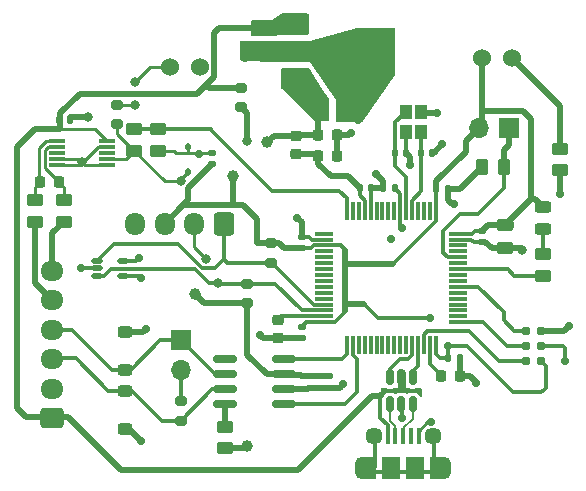
<source format=gtl>
G04 #@! TF.GenerationSoftware,KiCad,Pcbnew,8.0.2*
G04 #@! TF.CreationDate,2025-01-25T00:30:06-07:00*
G04 #@! TF.ProjectId,sdm25wheel,73646d32-3577-4686-9565-6c2e6b696361,v1.1*
G04 #@! TF.SameCoordinates,Original*
G04 #@! TF.FileFunction,Copper,L1,Top*
G04 #@! TF.FilePolarity,Positive*
%FSLAX46Y46*%
G04 Gerber Fmt 4.6, Leading zero omitted, Abs format (unit mm)*
G04 Created by KiCad (PCBNEW 8.0.2) date 2025-01-25 00:30:06*
%MOMM*%
%LPD*%
G01*
G04 APERTURE LIST*
G04 Aperture macros list*
%AMRoundRect*
0 Rectangle with rounded corners*
0 $1 Rounding radius*
0 $2 $3 $4 $5 $6 $7 $8 $9 X,Y pos of 4 corners*
0 Add a 4 corners polygon primitive as box body*
4,1,4,$2,$3,$4,$5,$6,$7,$8,$9,$2,$3,0*
0 Add four circle primitives for the rounded corners*
1,1,$1+$1,$2,$3*
1,1,$1+$1,$4,$5*
1,1,$1+$1,$6,$7*
1,1,$1+$1,$8,$9*
0 Add four rect primitives between the rounded corners*
20,1,$1+$1,$2,$3,$4,$5,0*
20,1,$1+$1,$4,$5,$6,$7,0*
20,1,$1+$1,$6,$7,$8,$9,0*
20,1,$1+$1,$8,$9,$2,$3,0*%
G04 Aperture macros list end*
G04 #@! TA.AperFunction,SMDPad,CuDef*
%ADD10RoundRect,0.140000X-0.140000X-0.170000X0.140000X-0.170000X0.140000X0.170000X-0.140000X0.170000X0*%
G04 #@! TD*
G04 #@! TA.AperFunction,ConnectorPad*
%ADD11C,0.787400*%
G04 #@! TD*
G04 #@! TA.AperFunction,SMDPad,CuDef*
%ADD12RoundRect,0.150000X0.150000X-0.512500X0.150000X0.512500X-0.150000X0.512500X-0.150000X-0.512500X0*%
G04 #@! TD*
G04 #@! TA.AperFunction,SMDPad,CuDef*
%ADD13RoundRect,0.140000X-0.170000X0.140000X-0.170000X-0.140000X0.170000X-0.140000X0.170000X0.140000X0*%
G04 #@! TD*
G04 #@! TA.AperFunction,SMDPad,CuDef*
%ADD14RoundRect,0.112500X-0.112500X0.187500X-0.112500X-0.187500X0.112500X-0.187500X0.112500X0.187500X0*%
G04 #@! TD*
G04 #@! TA.AperFunction,SMDPad,CuDef*
%ADD15RoundRect,0.200000X-0.275000X0.200000X-0.275000X-0.200000X0.275000X-0.200000X0.275000X0.200000X0*%
G04 #@! TD*
G04 #@! TA.AperFunction,ComponentPad*
%ADD16RoundRect,0.250000X0.725000X-0.600000X0.725000X0.600000X-0.725000X0.600000X-0.725000X-0.600000X0*%
G04 #@! TD*
G04 #@! TA.AperFunction,ComponentPad*
%ADD17O,1.950000X1.700000*%
G04 #@! TD*
G04 #@! TA.AperFunction,SMDPad,CuDef*
%ADD18RoundRect,0.225000X-0.250000X0.225000X-0.250000X-0.225000X0.250000X-0.225000X0.250000X0.225000X0*%
G04 #@! TD*
G04 #@! TA.AperFunction,SMDPad,CuDef*
%ADD19RoundRect,0.250000X0.450000X-0.262500X0.450000X0.262500X-0.450000X0.262500X-0.450000X-0.262500X0*%
G04 #@! TD*
G04 #@! TA.AperFunction,SMDPad,CuDef*
%ADD20RoundRect,0.075000X-0.075000X0.700000X-0.075000X-0.700000X0.075000X-0.700000X0.075000X0.700000X0*%
G04 #@! TD*
G04 #@! TA.AperFunction,SMDPad,CuDef*
%ADD21RoundRect,0.075000X-0.700000X0.075000X-0.700000X-0.075000X0.700000X-0.075000X0.700000X0.075000X0*%
G04 #@! TD*
G04 #@! TA.AperFunction,SMDPad,CuDef*
%ADD22RoundRect,0.225000X-0.225000X-0.250000X0.225000X-0.250000X0.225000X0.250000X-0.225000X0.250000X0*%
G04 #@! TD*
G04 #@! TA.AperFunction,ComponentPad*
%ADD23C,1.524000*%
G04 #@! TD*
G04 #@! TA.AperFunction,SMDPad,CuDef*
%ADD24R,2.000000X1.500000*%
G04 #@! TD*
G04 #@! TA.AperFunction,SMDPad,CuDef*
%ADD25R,2.000000X3.800000*%
G04 #@! TD*
G04 #@! TA.AperFunction,SMDPad,CuDef*
%ADD26RoundRect,0.250000X-0.250000X-0.475000X0.250000X-0.475000X0.250000X0.475000X-0.250000X0.475000X0*%
G04 #@! TD*
G04 #@! TA.AperFunction,SMDPad,CuDef*
%ADD27RoundRect,0.140000X0.140000X0.170000X-0.140000X0.170000X-0.140000X-0.170000X0.140000X-0.170000X0*%
G04 #@! TD*
G04 #@! TA.AperFunction,SMDPad,CuDef*
%ADD28RoundRect,0.250000X-0.475000X0.250000X-0.475000X-0.250000X0.475000X-0.250000X0.475000X0.250000X0*%
G04 #@! TD*
G04 #@! TA.AperFunction,SMDPad,CuDef*
%ADD29RoundRect,0.218750X0.256250X-0.218750X0.256250X0.218750X-0.256250X0.218750X-0.256250X-0.218750X0*%
G04 #@! TD*
G04 #@! TA.AperFunction,SMDPad,CuDef*
%ADD30RoundRect,0.250000X-0.450000X0.262500X-0.450000X-0.262500X0.450000X-0.262500X0.450000X0.262500X0*%
G04 #@! TD*
G04 #@! TA.AperFunction,SMDPad,CuDef*
%ADD31RoundRect,0.200000X0.275000X-0.200000X0.275000X0.200000X-0.275000X0.200000X-0.275000X-0.200000X0*%
G04 #@! TD*
G04 #@! TA.AperFunction,SMDPad,CuDef*
%ADD32RoundRect,0.243750X0.456250X-0.243750X0.456250X0.243750X-0.456250X0.243750X-0.456250X-0.243750X0*%
G04 #@! TD*
G04 #@! TA.AperFunction,SMDPad,CuDef*
%ADD33RoundRect,0.245000X-0.380000X0.245000X-0.380000X-0.245000X0.380000X-0.245000X0.380000X0.245000X0*%
G04 #@! TD*
G04 #@! TA.AperFunction,SMDPad,CuDef*
%ADD34R,0.400000X1.350000*%
G04 #@! TD*
G04 #@! TA.AperFunction,ComponentPad*
%ADD35O,1.200000X1.900000*%
G04 #@! TD*
G04 #@! TA.AperFunction,SMDPad,CuDef*
%ADD36R,1.200000X1.900000*%
G04 #@! TD*
G04 #@! TA.AperFunction,ComponentPad*
%ADD37C,1.450000*%
G04 #@! TD*
G04 #@! TA.AperFunction,SMDPad,CuDef*
%ADD38R,1.500000X1.900000*%
G04 #@! TD*
G04 #@! TA.AperFunction,ComponentPad*
%ADD39RoundRect,0.250000X0.600000X0.725000X-0.600000X0.725000X-0.600000X-0.725000X0.600000X-0.725000X0*%
G04 #@! TD*
G04 #@! TA.AperFunction,ComponentPad*
%ADD40O,1.700000X1.950000*%
G04 #@! TD*
G04 #@! TA.AperFunction,SMDPad,CuDef*
%ADD41RoundRect,0.245000X0.380000X-0.245000X0.380000X0.245000X-0.380000X0.245000X-0.380000X-0.245000X0*%
G04 #@! TD*
G04 #@! TA.AperFunction,SMDPad,CuDef*
%ADD42RoundRect,0.112500X-0.362500X-0.112500X0.362500X-0.112500X0.362500X0.112500X-0.362500X0.112500X0*%
G04 #@! TD*
G04 #@! TA.AperFunction,ComponentPad*
%ADD43R,1.700000X1.700000*%
G04 #@! TD*
G04 #@! TA.AperFunction,ComponentPad*
%ADD44O,1.700000X1.700000*%
G04 #@! TD*
G04 #@! TA.AperFunction,SMDPad,CuDef*
%ADD45RoundRect,0.070000X-0.630000X-0.070000X0.630000X-0.070000X0.630000X0.070000X-0.630000X0.070000X0*%
G04 #@! TD*
G04 #@! TA.AperFunction,SMDPad,CuDef*
%ADD46RoundRect,0.250000X-0.262500X-0.450000X0.262500X-0.450000X0.262500X0.450000X-0.262500X0.450000X0*%
G04 #@! TD*
G04 #@! TA.AperFunction,SMDPad,CuDef*
%ADD47RoundRect,0.150000X0.825000X0.150000X-0.825000X0.150000X-0.825000X-0.150000X0.825000X-0.150000X0*%
G04 #@! TD*
G04 #@! TA.AperFunction,SMDPad,CuDef*
%ADD48R,1.000000X1.200000*%
G04 #@! TD*
G04 #@! TA.AperFunction,SMDPad,CuDef*
%ADD49RoundRect,0.140000X0.170000X-0.140000X0.170000X0.140000X-0.170000X0.140000X-0.170000X-0.140000X0*%
G04 #@! TD*
G04 #@! TA.AperFunction,ViaPad*
%ADD50C,1.000000*%
G04 #@! TD*
G04 #@! TA.AperFunction,ViaPad*
%ADD51C,0.700000*%
G04 #@! TD*
G04 #@! TA.AperFunction,ViaPad*
%ADD52C,0.800000*%
G04 #@! TD*
G04 #@! TA.AperFunction,Conductor*
%ADD53C,0.500000*%
G04 #@! TD*
G04 #@! TA.AperFunction,Conductor*
%ADD54C,0.300000*%
G04 #@! TD*
G04 #@! TA.AperFunction,Conductor*
%ADD55C,0.250000*%
G04 #@! TD*
G04 #@! TA.AperFunction,Conductor*
%ADD56C,0.200000*%
G04 #@! TD*
G04 APERTURE END LIST*
D10*
X188020000Y-90600000D03*
X188980000Y-90600000D03*
D11*
X196870000Y-105140000D03*
X195600000Y-105140000D03*
X196870000Y-103870000D03*
X195600000Y-103870000D03*
X196870000Y-102600000D03*
X195600000Y-102600000D03*
D12*
X184100000Y-108775000D03*
X185050000Y-108775000D03*
X186000000Y-108775000D03*
X186000000Y-106500000D03*
X185050000Y-106500000D03*
X184100000Y-106500000D03*
D13*
X176600000Y-102220000D03*
X176600000Y-103180000D03*
D14*
X167000000Y-87000000D03*
X167000000Y-89100000D03*
D15*
X171500000Y-82000000D03*
X171500000Y-83650000D03*
D16*
X155500000Y-110000000D03*
D17*
X155500000Y-107500000D03*
X155500000Y-105000000D03*
X155500000Y-102500000D03*
X155500000Y-100000000D03*
X155500000Y-97500000D03*
D13*
X178900000Y-106420000D03*
X178900000Y-107380000D03*
D18*
X174600000Y-101625000D03*
X174600000Y-103175000D03*
D19*
X162450000Y-87325000D03*
X162450000Y-85500000D03*
D20*
X187950000Y-92425000D03*
X187450000Y-92425000D03*
X186950000Y-92425000D03*
X186450000Y-92425000D03*
X185950000Y-92425000D03*
X185450000Y-92425000D03*
X184950000Y-92425000D03*
X184450000Y-92425000D03*
X183950000Y-92425000D03*
X183450000Y-92425000D03*
X182950000Y-92425000D03*
X182450000Y-92425000D03*
X181950000Y-92425000D03*
X181450000Y-92425000D03*
X180950000Y-92425000D03*
X180450000Y-92425000D03*
D21*
X178525000Y-94350000D03*
X178525000Y-94850000D03*
X178525000Y-95350000D03*
X178525000Y-95850000D03*
X178525000Y-96350000D03*
X178525000Y-96850000D03*
X178525000Y-97350000D03*
X178525000Y-97850000D03*
X178525000Y-98350000D03*
X178525000Y-98850000D03*
X178525000Y-99350000D03*
X178525000Y-99850000D03*
X178525000Y-100350000D03*
X178525000Y-100850000D03*
X178525000Y-101350000D03*
X178525000Y-101850000D03*
D20*
X180450000Y-103775000D03*
X180950000Y-103775000D03*
X181450000Y-103775000D03*
X181950000Y-103775000D03*
X182450000Y-103775000D03*
X182950000Y-103775000D03*
X183450000Y-103775000D03*
X183950000Y-103775000D03*
X184450000Y-103775000D03*
X184950000Y-103775000D03*
X185450000Y-103775000D03*
X185950000Y-103775000D03*
X186450000Y-103775000D03*
X186950000Y-103775000D03*
X187450000Y-103775000D03*
X187950000Y-103775000D03*
D21*
X189875000Y-101850000D03*
X189875000Y-101350000D03*
X189875000Y-100850000D03*
X189875000Y-100350000D03*
X189875000Y-99850000D03*
X189875000Y-99350000D03*
X189875000Y-98850000D03*
X189875000Y-98350000D03*
X189875000Y-97850000D03*
X189875000Y-97350000D03*
X189875000Y-96850000D03*
X189875000Y-96350000D03*
X189875000Y-95850000D03*
X189875000Y-95350000D03*
X189875000Y-94850000D03*
X189875000Y-94350000D03*
D22*
X188425000Y-106400000D03*
X189975000Y-106400000D03*
D23*
X194440000Y-79500000D03*
X191900000Y-79500000D03*
D24*
X176050000Y-76600000D03*
X176050000Y-78900000D03*
D25*
X182350000Y-78900000D03*
D24*
X176050000Y-81200000D03*
D26*
X178250000Y-83900000D03*
X180150000Y-83900000D03*
D13*
X191900000Y-94100000D03*
X191900000Y-95060000D03*
D10*
X156040000Y-84750000D03*
X157000000Y-84750000D03*
D27*
X184480000Y-90500000D03*
X183520000Y-90500000D03*
D22*
X178025000Y-87800000D03*
X179575000Y-87800000D03*
D13*
X177400000Y-106420000D03*
X177400000Y-107380000D03*
D15*
X174000000Y-95175000D03*
X174000000Y-96825000D03*
D28*
X173200000Y-76950000D03*
X173200000Y-78850000D03*
D29*
X176166000Y-87637500D03*
X176166000Y-86062500D03*
D19*
X154000000Y-93325000D03*
X154000000Y-91500000D03*
D30*
X197000000Y-96087500D03*
X197000000Y-97912500D03*
D31*
X161000000Y-85075000D03*
X161000000Y-83425000D03*
D23*
X167970000Y-80270000D03*
X165430000Y-80270000D03*
D32*
X197000000Y-93937500D03*
X197000000Y-92062500D03*
D33*
X161625000Y-102640000D03*
X161625000Y-105860000D03*
D34*
X183900000Y-111500000D03*
X184550000Y-111500000D03*
X185200000Y-111500000D03*
X185850000Y-111500000D03*
X186500000Y-111500000D03*
D35*
X181700000Y-114200000D03*
D36*
X182300000Y-114200000D03*
D37*
X182700000Y-111500000D03*
D38*
X184200000Y-114200000D03*
X186200000Y-114200000D03*
D37*
X187700000Y-111500000D03*
D36*
X188100000Y-114200000D03*
D35*
X188700000Y-114200000D03*
D22*
X154475000Y-90000000D03*
X156025000Y-90000000D03*
D39*
X170000000Y-93500000D03*
D40*
X167500000Y-93500000D03*
X165000000Y-93500000D03*
X162500000Y-93500000D03*
D30*
X164450000Y-85500000D03*
X164450000Y-87325000D03*
D31*
X172000000Y-100225000D03*
X172000000Y-98575000D03*
D28*
X193800000Y-93650000D03*
X193800000Y-95550000D03*
D41*
X161625000Y-110860000D03*
X161625000Y-107640000D03*
D30*
X198500000Y-87175000D03*
X198500000Y-89000000D03*
D42*
X159300000Y-96650000D03*
X159300000Y-97300000D03*
X159300000Y-97950000D03*
X161500000Y-97950000D03*
X161500000Y-96650000D03*
D43*
X194175000Y-85400000D03*
D44*
X191635000Y-85400000D03*
D30*
X170100000Y-110687500D03*
X170100000Y-112512500D03*
D10*
X189020000Y-104900000D03*
X189980000Y-104900000D03*
D45*
X155860000Y-86500000D03*
X155860000Y-87000000D03*
X155860000Y-87500000D03*
X155860000Y-88000000D03*
X155860000Y-88500000D03*
X160140000Y-88500000D03*
X160140000Y-88000000D03*
X160140000Y-87500000D03*
X160140000Y-87000000D03*
X160140000Y-86500000D03*
D10*
X186720000Y-87500000D03*
X187680000Y-87500000D03*
X181520000Y-90500000D03*
X182480000Y-90500000D03*
D46*
X191887500Y-88700000D03*
X193712500Y-88700000D03*
D31*
X166400000Y-110185000D03*
X166400000Y-108535000D03*
D47*
X175075000Y-108805000D03*
X175075000Y-107535000D03*
X175075000Y-106265000D03*
X175075000Y-104995000D03*
X170125000Y-104995000D03*
X170125000Y-106265000D03*
X170125000Y-107535000D03*
X170125000Y-108805000D03*
D48*
X186750000Y-85750000D03*
X186750000Y-84050000D03*
X185450000Y-84050000D03*
X185450000Y-85750000D03*
D10*
X184520000Y-87500000D03*
X185480000Y-87500000D03*
D19*
X156500000Y-93325000D03*
X156500000Y-91500000D03*
D49*
X176600000Y-95580000D03*
X176600000Y-94620000D03*
D22*
X178025000Y-86000000D03*
X179575000Y-86000000D03*
D43*
X166400000Y-103360000D03*
D44*
X166400000Y-105900000D03*
D49*
X169000000Y-88480000D03*
X169000000Y-87520000D03*
D50*
X170800000Y-89500000D03*
X167600000Y-99500000D03*
X173700000Y-86600000D03*
D51*
X163000000Y-98100000D03*
X187500000Y-101500000D03*
X189000000Y-103900000D03*
X199200000Y-102200000D03*
X187600000Y-110300000D03*
D52*
X158500000Y-84500000D03*
D51*
X177800000Y-79668170D03*
D50*
X172000000Y-112300000D03*
D51*
X173100000Y-102900000D03*
X182900000Y-89300000D03*
X181800000Y-81668170D03*
D52*
X158000000Y-88250000D03*
D51*
X184100000Y-77668170D03*
X163000000Y-111900000D03*
X184200000Y-94800000D03*
D52*
X195300000Y-95700000D03*
D51*
X162800000Y-96400000D03*
X167920000Y-87600000D03*
X189500000Y-91800000D03*
X180800000Y-85800000D03*
X180100000Y-107100000D03*
X176200000Y-93000000D03*
X157900000Y-97300000D03*
X181400000Y-83568170D03*
X188500000Y-86800000D03*
X171800000Y-78568170D03*
X163400000Y-102400000D03*
X184100000Y-80468170D03*
X198500000Y-91000000D03*
X183000000Y-81668170D03*
X191400000Y-107000000D03*
X171800000Y-79468170D03*
X185800000Y-88500000D03*
X181400000Y-84768170D03*
X188100000Y-84100000D03*
X177800000Y-78568170D03*
X185100000Y-110000000D03*
X185100000Y-93900000D03*
X198900000Y-105100000D03*
D52*
X169500000Y-98500000D03*
X168500000Y-96500000D03*
X162500000Y-83500000D03*
X162500000Y-81500000D03*
X172000000Y-86500000D03*
X166386820Y-89891347D03*
D53*
X172800000Y-95175000D02*
X174675000Y-95175000D01*
D54*
X179950000Y-95350000D02*
X180300000Y-95700000D01*
X176620000Y-95600000D02*
X176600000Y-95580000D01*
X180300000Y-101000000D02*
X180300000Y-100900000D01*
D53*
X188020000Y-89880000D02*
X188020000Y-90600000D01*
X190500000Y-87400000D02*
X188020000Y-89880000D01*
D54*
X194500000Y-107800000D02*
X196900000Y-107800000D01*
D53*
X166600000Y-91900000D02*
X170800000Y-91900000D01*
D54*
X187950000Y-92425000D02*
X187950000Y-93301041D01*
D53*
X169000000Y-88480000D02*
X167000000Y-90480000D01*
D54*
X190600000Y-103900000D02*
X194500000Y-107800000D01*
X178525000Y-95350000D02*
X179950000Y-95350000D01*
X178525000Y-101850000D02*
X179450000Y-101850000D01*
D53*
X175080000Y-95580000D02*
X176600000Y-95580000D01*
D54*
X187950000Y-104550000D02*
X188300000Y-104900000D01*
D53*
X193800000Y-93650000D02*
X196000000Y-91450000D01*
X176500000Y-106300000D02*
X175110000Y-106300000D01*
D54*
X197300000Y-105570000D02*
X197300000Y-107400000D01*
X188300000Y-104900000D02*
X189020000Y-104900000D01*
D53*
X172000000Y-104600000D02*
X172000000Y-100225000D01*
D54*
X196870000Y-105140000D02*
X197300000Y-105570000D01*
D53*
X174675000Y-95175000D02*
X175080000Y-95580000D01*
D54*
X187950000Y-93301041D02*
X184351041Y-96900000D01*
D53*
X191900000Y-82600000D02*
X191900000Y-85135000D01*
X193800000Y-93650000D02*
X192350000Y-93650000D01*
X175075000Y-106265000D02*
X173665000Y-106265000D01*
X178025000Y-84125000D02*
X178250000Y-83900000D01*
X171600000Y-91900000D02*
X170800000Y-91900000D01*
D54*
X177400000Y-95598959D02*
X177400000Y-95600000D01*
X191300000Y-94100000D02*
X191900000Y-94100000D01*
D53*
X175110000Y-106300000D02*
X175075000Y-106265000D01*
X174237500Y-86062500D02*
X173700000Y-86600000D01*
D54*
X197300000Y-107400000D02*
X197100000Y-107600000D01*
D53*
X167000000Y-90480000D02*
X167000000Y-91500000D01*
X167000000Y-91500000D02*
X166600000Y-91900000D01*
D54*
X179450000Y-101850000D02*
X180300000Y-101000000D01*
X189875000Y-94350000D02*
X191050000Y-94350000D01*
D53*
X180300000Y-96900000D02*
X180300000Y-95700000D01*
X177400000Y-106420000D02*
X176620000Y-106420000D01*
X196387500Y-91450000D02*
X197000000Y-92062500D01*
X168725000Y-100225000D02*
X168325000Y-100225000D01*
D54*
X183100000Y-101500000D02*
X181900000Y-100300000D01*
X177400000Y-95600000D02*
X176620000Y-95600000D01*
D53*
X196000000Y-91450000D02*
X196000000Y-84625000D01*
X172000000Y-100225000D02*
X168725000Y-100225000D01*
X180300000Y-100300000D02*
X180300000Y-98700000D01*
X181900000Y-100300000D02*
X180300000Y-100300000D01*
X176620000Y-106420000D02*
X176500000Y-106300000D01*
X170800000Y-89500000D02*
X170800000Y-91900000D01*
D54*
X189000000Y-103900000D02*
X190600000Y-103900000D01*
D53*
X190500000Y-86535000D02*
X190500000Y-87400000D01*
X177400000Y-106420000D02*
X178900000Y-106420000D01*
X178025000Y-86000000D02*
X178025000Y-84125000D01*
X180300000Y-98700000D02*
X180300000Y-96900000D01*
X191900000Y-82600000D02*
X191900000Y-79500000D01*
X168325000Y-100225000D02*
X167600000Y-99500000D01*
D54*
X177648959Y-95350000D02*
X177400000Y-95598959D01*
X191050000Y-94350000D02*
X191300000Y-94100000D01*
X178525000Y-95350000D02*
X177648959Y-95350000D01*
X189020000Y-103920000D02*
X189000000Y-103900000D01*
D53*
X173665000Y-106265000D02*
X172000000Y-104600000D01*
X196000000Y-91450000D02*
X196387500Y-91450000D01*
D54*
X187500000Y-101500000D02*
X183100000Y-101500000D01*
X189020000Y-104900000D02*
X189020000Y-103920000D01*
X178525000Y-101850000D02*
X176970000Y-101850000D01*
D53*
X176166000Y-86062500D02*
X174237500Y-86062500D01*
X191900000Y-84000000D02*
X191900000Y-82600000D01*
X192350000Y-93650000D02*
X191900000Y-94100000D01*
X172800000Y-93100000D02*
X171600000Y-91900000D01*
D54*
X162850000Y-97950000D02*
X163000000Y-98100000D01*
D53*
X195375000Y-84000000D02*
X191900000Y-84000000D01*
X176228500Y-86000000D02*
X176166000Y-86062500D01*
X191635000Y-85400000D02*
X190500000Y-86535000D01*
X184351041Y-96900000D02*
X180300000Y-96900000D01*
D54*
X187950000Y-103775000D02*
X187950000Y-104550000D01*
X161500000Y-97950000D02*
X162850000Y-97950000D01*
D53*
X165000000Y-93500000D02*
X166600000Y-91900000D01*
X180300000Y-100900000D02*
X180300000Y-100300000D01*
X196000000Y-84625000D02*
X195375000Y-84000000D01*
D54*
X187950000Y-92425000D02*
X187950000Y-90670000D01*
D53*
X178025000Y-86000000D02*
X176228500Y-86000000D01*
D54*
X196900000Y-107800000D02*
X197100000Y-107600000D01*
D53*
X172800000Y-95175000D02*
X172800000Y-93100000D01*
D54*
X187950000Y-90670000D02*
X188020000Y-90600000D01*
D53*
X191900000Y-85135000D02*
X191635000Y-85400000D01*
D54*
X176970000Y-101850000D02*
X176600000Y-102220000D01*
X186720000Y-87500000D02*
X186720000Y-85855000D01*
X185950000Y-91548959D02*
X186720000Y-90778959D01*
X186720000Y-85855000D02*
X186800000Y-85775000D01*
X185950000Y-92425000D02*
X185950000Y-91548959D01*
X186720000Y-90778959D02*
X186720000Y-87500000D01*
X184520000Y-88620000D02*
X184520000Y-87500000D01*
X185450000Y-89550000D02*
X184520000Y-88620000D01*
X184520000Y-84905000D02*
X185400000Y-84025000D01*
X184520000Y-87500000D02*
X184520000Y-84905000D01*
X185450000Y-92425000D02*
X185450000Y-89550000D01*
D55*
X159140000Y-85500000D02*
X155500000Y-85500000D01*
D53*
X176300000Y-114400000D02*
X161300000Y-114400000D01*
X182600000Y-108100000D02*
X176300000Y-114400000D01*
D55*
X160140000Y-86500000D02*
X159140000Y-85500000D01*
D53*
X152500000Y-109100000D02*
X152500000Y-87000000D01*
D54*
X183900000Y-110576041D02*
X183259816Y-109935857D01*
D53*
X169182000Y-81068000D02*
X168500000Y-81750000D01*
D55*
X172463575Y-76950000D02*
X173200000Y-76950000D01*
D53*
X183259816Y-108100000D02*
X182600000Y-108100000D01*
X169182000Y-77382000D02*
X169614000Y-76950000D01*
X167750000Y-82500000D02*
X157851734Y-82500000D01*
X169614000Y-76950000D02*
X173200000Y-76950000D01*
X156175000Y-84176734D02*
X156175000Y-85500000D01*
X183259816Y-108100000D02*
X183429908Y-107929908D01*
X153300000Y-109900000D02*
X152500000Y-109100000D01*
X154000000Y-85500000D02*
X155500000Y-85500000D01*
X168500000Y-81750000D02*
X168750000Y-82000000D01*
X152500000Y-87000000D02*
X154000000Y-85500000D01*
D54*
X183900000Y-111500000D02*
X183900000Y-110576041D01*
D53*
X156175000Y-85500000D02*
X155500000Y-85500000D01*
D54*
X183259816Y-109935857D02*
X183259816Y-108100000D01*
D53*
X169182000Y-77382000D02*
X169182000Y-81068000D01*
X168750000Y-82000000D02*
X171500000Y-82000000D01*
X161300000Y-114400000D02*
X156800000Y-109900000D01*
X168500000Y-81750000D02*
X167750000Y-82500000D01*
X157851734Y-82500000D02*
X156175000Y-84176734D01*
X156800000Y-109900000D02*
X153300000Y-109900000D01*
D54*
X182450000Y-92425000D02*
X182450000Y-90530000D01*
D53*
X176595000Y-103175000D02*
X176600000Y-103180000D01*
D54*
X185480000Y-86680000D02*
X185400000Y-86600000D01*
D55*
X186500000Y-111025000D02*
X187225000Y-110300000D01*
X158000000Y-88250000D02*
X158129446Y-88250000D01*
D53*
X177100000Y-107500000D02*
X175110000Y-107500000D01*
D55*
X155860000Y-88000000D02*
X157750000Y-88000000D01*
D53*
X192160000Y-95060000D02*
X192700000Y-95600000D01*
X178900000Y-107380000D02*
X179820000Y-107380000D01*
X193800000Y-95550000D02*
X195150000Y-95550000D01*
D54*
X177450000Y-94850000D02*
X177200000Y-94600000D01*
D53*
X179820000Y-107380000D02*
X180100000Y-107100000D01*
D55*
X157750000Y-88500000D02*
X158000000Y-88250000D01*
D53*
X161960000Y-110860000D02*
X163000000Y-111900000D01*
X174600000Y-103175000D02*
X176595000Y-103175000D01*
X193750000Y-95600000D02*
X193800000Y-95550000D01*
D54*
X159300000Y-97300000D02*
X157900000Y-97300000D01*
X161500000Y-96650000D02*
X162550000Y-96650000D01*
D53*
X191400000Y-106900000D02*
X191400000Y-107000000D01*
X189987500Y-90600000D02*
X191887500Y-88700000D01*
D54*
X185480000Y-87500000D02*
X185480000Y-86680000D01*
D53*
X189300000Y-91800000D02*
X189500000Y-91800000D01*
X161625000Y-102640000D02*
X163160000Y-102640000D01*
X195150000Y-95550000D02*
X195300000Y-95700000D01*
D55*
X159379446Y-87000000D02*
X160140000Y-87000000D01*
X158000000Y-88250000D02*
X158250000Y-88500000D01*
D54*
X190950000Y-94850000D02*
X191200000Y-95100000D01*
D55*
X158129446Y-88250000D02*
X159379446Y-87000000D01*
D53*
X198500000Y-89387500D02*
X198500000Y-91000000D01*
X178900000Y-107380000D02*
X177400000Y-107380000D01*
D55*
X155860000Y-88500000D02*
X157750000Y-88500000D01*
D53*
X177400000Y-107380000D02*
X177220000Y-107380000D01*
D55*
X186500000Y-111500000D02*
X186500000Y-111025000D01*
D53*
X175110000Y-107500000D02*
X175075000Y-107535000D01*
D54*
X176620000Y-94600000D02*
X176600000Y-94620000D01*
D53*
X171787500Y-112512500D02*
X172000000Y-112300000D01*
X182480000Y-90500000D02*
X183520000Y-90500000D01*
X192700000Y-95600000D02*
X193750000Y-95600000D01*
X185800000Y-87820000D02*
X185480000Y-87500000D01*
D55*
X157750000Y-88000000D02*
X158000000Y-88250000D01*
D53*
X176600000Y-93400000D02*
X176200000Y-93000000D01*
D55*
X187225000Y-110300000D02*
X187600000Y-110300000D01*
D53*
X188980000Y-91480000D02*
X189300000Y-91800000D01*
D55*
X164450000Y-87325000D02*
X165825000Y-87325000D01*
D53*
X190900000Y-106400000D02*
X191400000Y-106900000D01*
X198800000Y-102600000D02*
X199200000Y-102200000D01*
X174600000Y-103175000D02*
X173375000Y-103175000D01*
D55*
X167000000Y-87500000D02*
X167820000Y-87500000D01*
D53*
X179575000Y-86000000D02*
X180600000Y-86000000D01*
X170100000Y-112512500D02*
X171787500Y-112512500D01*
X177220000Y-107380000D02*
X177100000Y-107500000D01*
D54*
X185400000Y-86600000D02*
X185400000Y-85775000D01*
D53*
X187800000Y-87500000D02*
X188500000Y-86800000D01*
D55*
X167000000Y-87500000D02*
X167000000Y-87000000D01*
D53*
X189975000Y-104905000D02*
X189980000Y-104900000D01*
D54*
X178525000Y-94850000D02*
X177450000Y-94850000D01*
D53*
X189975000Y-106400000D02*
X189975000Y-104905000D01*
X173375000Y-103175000D02*
X173100000Y-102900000D01*
X176600000Y-93700000D02*
X176600000Y-93400000D01*
D55*
X165825000Y-87325000D02*
X166000000Y-87500000D01*
X158250000Y-88500000D02*
X160140000Y-88500000D01*
D53*
X163160000Y-102640000D02*
X163400000Y-102400000D01*
X185800000Y-88500000D02*
X185800000Y-87820000D01*
X183520000Y-89920000D02*
X182900000Y-89300000D01*
X180600000Y-86000000D02*
X180800000Y-85800000D01*
X188980000Y-90600000D02*
X188980000Y-91480000D01*
D54*
X177200000Y-94600000D02*
X176620000Y-94600000D01*
D55*
X169120000Y-87520000D02*
X168000000Y-87520000D01*
D53*
X183520000Y-90500000D02*
X183520000Y-89920000D01*
D54*
X182450000Y-90530000D02*
X182480000Y-90500000D01*
D53*
X179575000Y-86000000D02*
X179575000Y-87800000D01*
X187680000Y-87500000D02*
X187800000Y-87500000D01*
X186800000Y-84100000D02*
X186750000Y-84050000D01*
X188980000Y-90600000D02*
X189987500Y-90600000D01*
D55*
X166000000Y-87500000D02*
X167000000Y-87500000D01*
D53*
X188100000Y-84100000D02*
X186800000Y-84100000D01*
X191900000Y-95060000D02*
X192160000Y-95060000D01*
X176600000Y-94620000D02*
X176600000Y-93700000D01*
X161625000Y-110860000D02*
X161960000Y-110860000D01*
X189975000Y-106400000D02*
X190900000Y-106400000D01*
D54*
X191200000Y-95100000D02*
X191860000Y-95100000D01*
D55*
X167820000Y-87500000D02*
X167920000Y-87600000D01*
D53*
X157000000Y-84500000D02*
X158500000Y-84500000D01*
D54*
X162550000Y-96650000D02*
X162800000Y-96400000D01*
D53*
X196870000Y-102600000D02*
X198800000Y-102600000D01*
D54*
X185100000Y-110000000D02*
X185100000Y-109200000D01*
X189875000Y-94850000D02*
X190950000Y-94850000D01*
X198900000Y-105100000D02*
X198900000Y-104000000D01*
X184950000Y-93750000D02*
X185100000Y-93900000D01*
X198770000Y-103870000D02*
X196870000Y-103870000D01*
X184950000Y-90970000D02*
X184480000Y-90500000D01*
X198900000Y-104000000D02*
X198770000Y-103870000D01*
X184950000Y-92425000D02*
X184950000Y-93750000D01*
X184950000Y-92425000D02*
X184950000Y-90970000D01*
X194600000Y-102600000D02*
X195600000Y-102600000D01*
X193700000Y-101000000D02*
X193700000Y-101700000D01*
X191550000Y-98850000D02*
X193700000Y-101000000D01*
X193700000Y-101700000D02*
X194600000Y-102600000D01*
X189875000Y-98850000D02*
X191550000Y-98850000D01*
X166400000Y-105900000D02*
X166400000Y-108535000D01*
X194612500Y-97912500D02*
X197000000Y-97912500D01*
X189875000Y-97350000D02*
X194050000Y-97350000D01*
X194050000Y-97350000D02*
X194612500Y-97912500D01*
X181950000Y-91548959D02*
X181520000Y-91118959D01*
X181950000Y-92425000D02*
X181950000Y-91548959D01*
D53*
X179100000Y-89500000D02*
X180520000Y-89500000D01*
D54*
X181520000Y-91118959D02*
X181520000Y-90500000D01*
D53*
X180520000Y-89500000D02*
X181520000Y-90500000D01*
X177862500Y-87637500D02*
X178025000Y-87800000D01*
X178025000Y-88425000D02*
X179100000Y-89500000D01*
X176166000Y-87637500D02*
X177862500Y-87637500D01*
X178025000Y-87800000D02*
X178025000Y-88425000D01*
D54*
X179800000Y-90700000D02*
X180450000Y-91350000D01*
X168953750Y-85546250D02*
X168907500Y-85500000D01*
X174107500Y-90700000D02*
X179800000Y-90700000D01*
X168907500Y-85500000D02*
X164450000Y-85500000D01*
X164450000Y-85500000D02*
X164500000Y-85450000D01*
X164450000Y-85500000D02*
X162450000Y-85500000D01*
X180450000Y-91350000D02*
X180450000Y-92425000D01*
X168953750Y-85546250D02*
X174107500Y-90700000D01*
X184100000Y-105837501D02*
X184937501Y-105000000D01*
X185601041Y-105000000D02*
X185950000Y-104651041D01*
X185950000Y-104651041D02*
X185950000Y-103775000D01*
D56*
X184100000Y-106500000D02*
X184100000Y-105837501D01*
D54*
X184937501Y-105000000D02*
X185601041Y-105000000D01*
X184150000Y-106925000D02*
X184150000Y-106451041D01*
X186050000Y-105950000D02*
X186450000Y-105550000D01*
X186450000Y-105550000D02*
X186450000Y-103775000D01*
X186050000Y-106925000D02*
X186050000Y-105950000D01*
X193340000Y-105140000D02*
X195600000Y-105140000D01*
X190800000Y-102600000D02*
X193340000Y-105140000D01*
X186950000Y-102898959D02*
X187248959Y-102600000D01*
X187248959Y-102600000D02*
X190800000Y-102600000D01*
X186950000Y-103775000D02*
X186950000Y-102898959D01*
X189875000Y-101850000D02*
X191950000Y-101850000D01*
X191950000Y-101850000D02*
X193970000Y-103870000D01*
X193970000Y-103870000D02*
X195600000Y-103870000D01*
X178525000Y-100850000D02*
X176650000Y-100850000D01*
X168732233Y-98500000D02*
X169500000Y-98500000D01*
X160425000Y-97375000D02*
X167607233Y-97375000D01*
D55*
X167500000Y-95500000D02*
X167500000Y-93500000D01*
D54*
X172000000Y-98575000D02*
X169575000Y-98575000D01*
X176650000Y-100850000D02*
X174375000Y-98575000D01*
X167607233Y-97375000D02*
X168732233Y-98500000D01*
X160425000Y-97375000D02*
X159850000Y-97950000D01*
D55*
X168500000Y-96500000D02*
X167500000Y-95500000D01*
D54*
X174375000Y-98575000D02*
X172000000Y-98575000D01*
X159850000Y-97950000D02*
X159300000Y-97950000D01*
X169575000Y-98575000D02*
X169500000Y-98500000D01*
X160750000Y-95200000D02*
X159300000Y-96650000D01*
X169250000Y-97250000D02*
X170000000Y-96500000D01*
X166139339Y-95200000D02*
X168189339Y-97250000D01*
X178525000Y-100350000D02*
X177648959Y-100350000D01*
X177648959Y-100350000D02*
X174123959Y-96825000D01*
X160750000Y-95200000D02*
X166139339Y-95200000D01*
X170325000Y-96825000D02*
X174000000Y-96825000D01*
X170000000Y-96500000D02*
X170325000Y-96825000D01*
X168189339Y-97250000D02*
X169250000Y-97250000D01*
X170000000Y-96500000D02*
X170000000Y-93500000D01*
D53*
X193712500Y-87287500D02*
X193712500Y-88700000D01*
D54*
X193712500Y-90487500D02*
X193712500Y-88700000D01*
D53*
X194175000Y-86825000D02*
X193712500Y-87287500D01*
D54*
X188600000Y-94100000D02*
X190000000Y-92700000D01*
X190000000Y-92700000D02*
X191500000Y-92700000D01*
X188600000Y-95951041D02*
X188600000Y-94100000D01*
X189875000Y-96350000D02*
X188998959Y-96350000D01*
D53*
X194175000Y-85400000D02*
X194175000Y-86825000D01*
D54*
X191500000Y-92700000D02*
X193712500Y-90487500D01*
X188998959Y-96350000D02*
X188600000Y-95951041D01*
X180005000Y-104995000D02*
X180450000Y-104550000D01*
X175075000Y-104995000D02*
X180005000Y-104995000D01*
X180450000Y-104550000D02*
X180450000Y-103775000D01*
X180950000Y-103775000D02*
X180950000Y-104651041D01*
X181300000Y-105001041D02*
X181300000Y-107800000D01*
X181300000Y-107800000D02*
X180295000Y-108805000D01*
X180950000Y-104651041D02*
X181300000Y-105001041D01*
X180295000Y-108805000D02*
X175075000Y-108805000D01*
X170125000Y-106265000D02*
X169305000Y-106265000D01*
X169305000Y-106265000D02*
X166400000Y-103360000D01*
X161625000Y-105860000D02*
X160560000Y-105860000D01*
X157200000Y-102500000D02*
X155500000Y-102500000D01*
X161625000Y-105860000D02*
X162140000Y-105860000D01*
X160560000Y-105860000D02*
X157200000Y-102500000D01*
X164640000Y-103360000D02*
X166400000Y-103360000D01*
X162140000Y-105860000D02*
X164640000Y-103360000D01*
X162240000Y-107640000D02*
X164785000Y-110185000D01*
X164785000Y-110185000D02*
X166400000Y-110185000D01*
X157500000Y-104900000D02*
X155600000Y-104900000D01*
X161625000Y-107640000D02*
X162240000Y-107640000D01*
X161625000Y-107640000D02*
X160240000Y-107640000D01*
X155600000Y-104900000D02*
X155500000Y-105000000D01*
X160240000Y-107640000D02*
X157500000Y-104900000D01*
X170125000Y-107535000D02*
X169050000Y-107535000D01*
X169050000Y-107535000D02*
X166400000Y-110185000D01*
D53*
X198500000Y-83560000D02*
X198500000Y-87175000D01*
X194440000Y-79500000D02*
X198500000Y-83560000D01*
D54*
X197000000Y-93937500D02*
X197000000Y-96087500D01*
D53*
X170125000Y-108805000D02*
X170125000Y-110662500D01*
X170125000Y-110662500D02*
X170100000Y-110687500D01*
D56*
X184550000Y-111500000D02*
X184550000Y-110625000D01*
X184100000Y-110175000D02*
X184100000Y-108775000D01*
X184550000Y-110625000D02*
X184100000Y-110175000D01*
D54*
X186000000Y-109250000D02*
X186050000Y-109200000D01*
D56*
X185200000Y-110819239D02*
X186000000Y-110019239D01*
X185200000Y-111500000D02*
X185200000Y-110819239D01*
X186000000Y-110019239D02*
X186000000Y-108775000D01*
D54*
X174875000Y-101350000D02*
X174600000Y-101625000D01*
X178525000Y-101350000D02*
X174875000Y-101350000D01*
X188425000Y-106400000D02*
X188425000Y-106325000D01*
X187450000Y-105350000D02*
X187450000Y-103775000D01*
X188425000Y-106325000D02*
X187450000Y-105350000D01*
X188200000Y-114550000D02*
X186300000Y-114550000D01*
X182800000Y-114150000D02*
X182400000Y-114550000D01*
X182800000Y-111850000D02*
X182800000Y-114150000D01*
X186300000Y-114550000D02*
X184300000Y-114550000D01*
X184300000Y-114550000D02*
X182400000Y-114550000D01*
X187800000Y-111850000D02*
X187800000Y-113550000D01*
X187800000Y-113550000D02*
X188800000Y-114550000D01*
D55*
X156500000Y-90475000D02*
X156025000Y-90000000D01*
X154835000Y-87264446D02*
X155099446Y-87000000D01*
X155099446Y-87000000D02*
X155860000Y-87000000D01*
X154835000Y-88810000D02*
X154835000Y-87264446D01*
X156500000Y-91500000D02*
X156500000Y-90475000D01*
X156025000Y-90000000D02*
X154835000Y-88810000D01*
X154385000Y-87078050D02*
X154385000Y-89910000D01*
X154000000Y-90475000D02*
X154475000Y-90000000D01*
X154385000Y-89910000D02*
X154475000Y-90000000D01*
X154000000Y-91500000D02*
X154000000Y-90475000D01*
X154963050Y-86500000D02*
X154385000Y-87078050D01*
X155860000Y-86500000D02*
X154963050Y-86500000D01*
X163730000Y-80270000D02*
X165430000Y-80270000D01*
X162425000Y-83425000D02*
X162500000Y-83500000D01*
X162500000Y-81500000D02*
X163730000Y-80270000D01*
X161000000Y-83425000D02*
X162425000Y-83425000D01*
D53*
X154000000Y-98500000D02*
X154000000Y-93325000D01*
X155500000Y-100000000D02*
X154000000Y-98500000D01*
X155500000Y-97500000D02*
X155500000Y-94325000D01*
X155500000Y-97500000D02*
X155600000Y-97500000D01*
X155500000Y-94325000D02*
X156500000Y-93325000D01*
D55*
X166386820Y-89891347D02*
X166386820Y-89713180D01*
D53*
X172000000Y-84150000D02*
X171500000Y-83650000D01*
D55*
X166386820Y-89891347D02*
X165016347Y-89891347D01*
X165016347Y-89891347D02*
X162450000Y-87325000D01*
X160140000Y-88000000D02*
X161775000Y-88000000D01*
X161775000Y-88000000D02*
X162450000Y-87325000D01*
D53*
X172000000Y-86500000D02*
X172000000Y-84150000D01*
D55*
X166386820Y-89713180D02*
X167000000Y-89100000D01*
X162450000Y-87325000D02*
X161000000Y-85875000D01*
X161000000Y-85875000D02*
X161000000Y-85075000D01*
G04 #@! TA.AperFunction,Conductor*
G36*
X184443039Y-76919685D02*
G01*
X184488794Y-76972489D01*
X184500000Y-77024000D01*
X184500000Y-80862066D01*
X184480315Y-80929105D01*
X184478777Y-80931441D01*
X181836872Y-84845375D01*
X181783050Y-84889927D01*
X181734095Y-84900000D01*
X179624000Y-84900000D01*
X179556961Y-84880315D01*
X179511206Y-84827511D01*
X179500000Y-84776000D01*
X179500000Y-83000000D01*
X177300000Y-79800000D01*
X174801809Y-79800000D01*
X174798165Y-79799946D01*
X174685135Y-79796621D01*
X171520354Y-79703539D01*
X171453923Y-79681892D01*
X171409740Y-79627766D01*
X171400000Y-79579593D01*
X171400000Y-78124000D01*
X171419685Y-78056961D01*
X171472489Y-78011206D01*
X171524000Y-78000000D01*
X177299998Y-78000000D01*
X177300000Y-78000000D01*
X177300005Y-77999998D01*
X177300008Y-77999998D01*
X181283858Y-76904439D01*
X181316737Y-76900000D01*
X184376000Y-76900000D01*
X184443039Y-76919685D01*
G37*
G04 #@! TD.AperFunction*
G04 #@! TA.AperFunction,Conductor*
G36*
X177143039Y-75719685D02*
G01*
X177188794Y-75772489D01*
X177200000Y-75824000D01*
X177200000Y-77376000D01*
X177180315Y-77443039D01*
X177127511Y-77488794D01*
X177076000Y-77500000D01*
X174900000Y-77500000D01*
X174899997Y-77500000D01*
X174899984Y-77500001D01*
X174107664Y-77599042D01*
X174092284Y-77600000D01*
X172424000Y-77600000D01*
X172356961Y-77580315D01*
X172311206Y-77527511D01*
X172300000Y-77476000D01*
X172300000Y-76424000D01*
X172319685Y-76356961D01*
X172372489Y-76311206D01*
X172424000Y-76300000D01*
X174099999Y-76300000D01*
X174100000Y-76300000D01*
X174866933Y-75724799D01*
X174932375Y-75700324D01*
X174941333Y-75700000D01*
X177076000Y-75700000D01*
X177143039Y-75719685D01*
G37*
G04 #@! TD.AperFunction*
G04 #@! TA.AperFunction,Conductor*
G36*
X185342539Y-105919685D02*
G01*
X185388294Y-105972489D01*
X185399500Y-106024000D01*
X185399500Y-107066777D01*
X185399635Y-107069663D01*
X185399614Y-107069663D01*
X185400000Y-107077898D01*
X185400000Y-107300000D01*
X185500000Y-107400000D01*
X185577430Y-107400000D01*
X185628217Y-107412594D01*
X185628347Y-107412224D01*
X185632301Y-107413607D01*
X185635371Y-107414369D01*
X185637112Y-107415289D01*
X185637118Y-107415293D01*
X185649670Y-107419685D01*
X185765299Y-107460146D01*
X185795730Y-107463000D01*
X185795734Y-107463000D01*
X186204270Y-107463000D01*
X186234699Y-107460146D01*
X186234701Y-107460146D01*
X186302793Y-107436319D01*
X186362882Y-107415293D01*
X186362889Y-107415287D01*
X186364629Y-107414369D01*
X186367698Y-107413607D01*
X186371653Y-107412224D01*
X186371782Y-107412594D01*
X186422570Y-107400000D01*
X186648638Y-107400000D01*
X186715677Y-107419685D01*
X186736319Y-107436319D01*
X186763681Y-107463681D01*
X186797166Y-107525004D01*
X186800000Y-107551362D01*
X186800000Y-108026285D01*
X186780315Y-108093324D01*
X186727511Y-108139079D01*
X186658353Y-108149023D01*
X186594797Y-108119998D01*
X186558959Y-108067240D01*
X186552793Y-108049619D01*
X186552792Y-108049617D01*
X186472150Y-107940350D01*
X186362882Y-107859707D01*
X186362880Y-107859706D01*
X186234700Y-107814853D01*
X186204270Y-107812000D01*
X186204266Y-107812000D01*
X185795734Y-107812000D01*
X185795730Y-107812000D01*
X185765300Y-107814853D01*
X185765298Y-107814853D01*
X185637119Y-107859706D01*
X185637118Y-107859707D01*
X185598633Y-107888110D01*
X185533003Y-107912080D01*
X185464833Y-107896764D01*
X185451367Y-107888110D01*
X185448353Y-107885885D01*
X185412882Y-107859707D01*
X185412880Y-107859706D01*
X185284700Y-107814853D01*
X185254270Y-107812000D01*
X185254266Y-107812000D01*
X184845734Y-107812000D01*
X184845730Y-107812000D01*
X184815300Y-107814853D01*
X184815298Y-107814853D01*
X184687119Y-107859706D01*
X184687118Y-107859707D01*
X184648633Y-107888110D01*
X184583003Y-107912080D01*
X184514833Y-107896764D01*
X184501367Y-107888110D01*
X184498353Y-107885885D01*
X184462882Y-107859707D01*
X184462880Y-107859706D01*
X184334700Y-107814853D01*
X184304270Y-107812000D01*
X184304266Y-107812000D01*
X183895734Y-107812000D01*
X183895730Y-107812000D01*
X183865300Y-107814853D01*
X183865298Y-107814853D01*
X183737119Y-107859706D01*
X183737117Y-107859707D01*
X183627850Y-107940350D01*
X183547207Y-108049617D01*
X183547206Y-108049619D01*
X183541041Y-108067240D01*
X183500320Y-108124016D01*
X183435367Y-108149763D01*
X183366805Y-108136307D01*
X183316403Y-108087919D01*
X183300000Y-108026285D01*
X183300000Y-107551362D01*
X183319685Y-107484323D01*
X183336319Y-107463681D01*
X183363681Y-107436319D01*
X183425004Y-107402834D01*
X183451362Y-107400000D01*
X183677430Y-107400000D01*
X183728217Y-107412594D01*
X183728347Y-107412224D01*
X183732301Y-107413607D01*
X183735371Y-107414369D01*
X183737112Y-107415289D01*
X183737118Y-107415293D01*
X183749670Y-107419685D01*
X183865299Y-107460146D01*
X183895730Y-107463000D01*
X183895734Y-107463000D01*
X184304270Y-107463000D01*
X184334699Y-107460146D01*
X184334701Y-107460146D01*
X184402793Y-107436319D01*
X184462882Y-107415293D01*
X184462889Y-107415287D01*
X184464629Y-107414369D01*
X184467698Y-107413607D01*
X184471653Y-107412224D01*
X184471782Y-107412594D01*
X184522570Y-107400000D01*
X184700000Y-107400000D01*
X184800000Y-107300000D01*
X184800000Y-106024000D01*
X184819685Y-105956961D01*
X184872489Y-105911206D01*
X184924000Y-105900000D01*
X185275500Y-105900000D01*
X185342539Y-105919685D01*
G37*
G04 #@! TD.AperFunction*
G04 #@! TA.AperFunction,Conductor*
G36*
X177198581Y-80319685D02*
G01*
X177236475Y-80357931D01*
X178318138Y-82075867D01*
X178880933Y-82969717D01*
X178900000Y-83035786D01*
X178900000Y-84676000D01*
X178880315Y-84743039D01*
X178827511Y-84788794D01*
X178776000Y-84800000D01*
X177750047Y-84800000D01*
X177683008Y-84780315D01*
X177663974Y-84765261D01*
X174937927Y-82136572D01*
X174903333Y-82075867D01*
X174900000Y-82047311D01*
X174900000Y-80424000D01*
X174919685Y-80356961D01*
X174972489Y-80311206D01*
X175024000Y-80300000D01*
X177131542Y-80300000D01*
X177198581Y-80319685D01*
G37*
G04 #@! TD.AperFunction*
M02*

</source>
